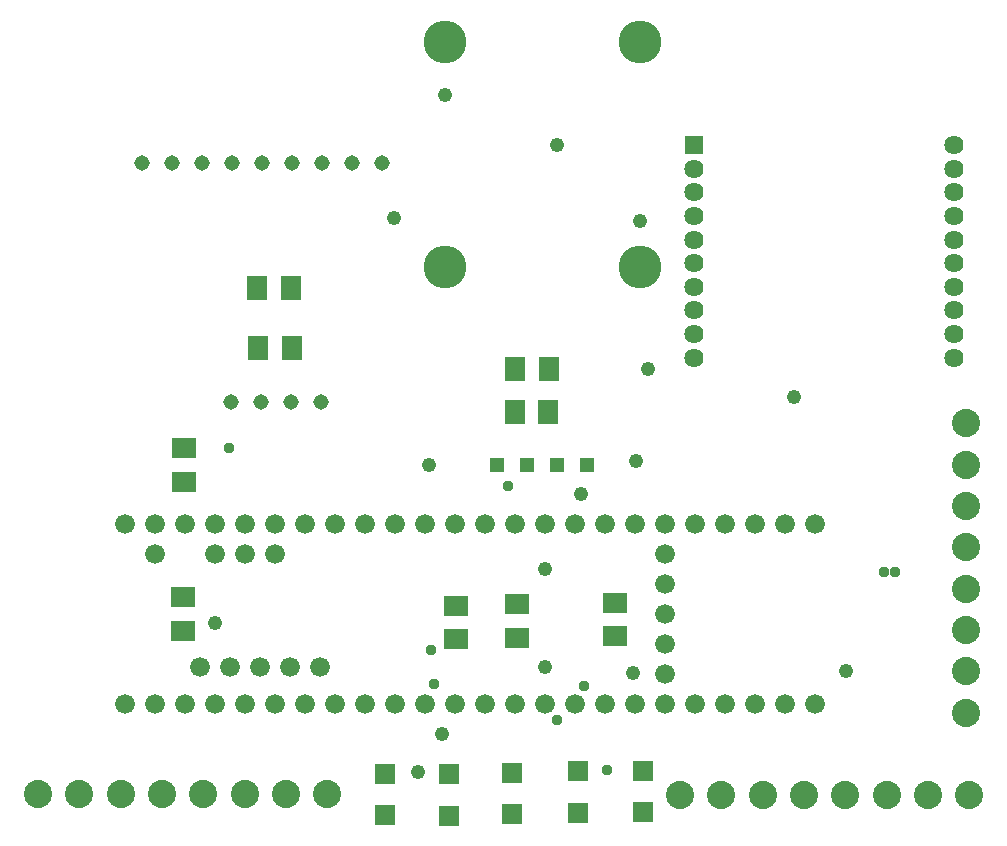
<source format=gbr>
G04 EAGLE Gerber RS-274X export*
G75*
%MOMM*%
%FSLAX34Y34*%
%LPD*%
%INSoldermask Top*%
%IPPOS*%
%AMOC8*
5,1,8,0,0,1.08239X$1,22.5*%
G01*
%ADD10C,2.387600*%
%ADD11R,1.703200X1.703200*%
%ADD12R,2.006200X1.803200*%
%ADD13R,1.803200X2.006200*%
%ADD14C,1.676400*%
%ADD15C,1.625600*%
%ADD16R,1.625600X1.625600*%
%ADD17C,3.625600*%
%ADD18R,1.311200X1.311200*%
%ADD19C,1.311200*%
%ADD20C,1.209600*%
%ADD21C,0.959600*%


D10*
X237440Y94200D03*
X202440Y94200D03*
X167440Y94200D03*
X132440Y94200D03*
X97440Y94200D03*
X272440Y94200D03*
X307440Y94200D03*
X342440Y94200D03*
X780970Y93690D03*
X745970Y93690D03*
X710970Y93690D03*
X675970Y93690D03*
X640970Y93690D03*
X815970Y93690D03*
X850970Y93690D03*
X885970Y93690D03*
X882920Y303090D03*
X882920Y268090D03*
X882920Y233090D03*
X882920Y198090D03*
X882920Y163090D03*
X882920Y338090D03*
X882920Y373090D03*
X882920Y408090D03*
D11*
X609200Y78740D03*
X609200Y113740D03*
X445340Y75710D03*
X445340Y110710D03*
X499080Y77290D03*
X499080Y112290D03*
X391270Y76050D03*
X391270Y111050D03*
X554600Y78300D03*
X554600Y113300D03*
D12*
X221250Y386940D03*
X221250Y358500D03*
X451120Y225260D03*
X451120Y253700D03*
X502540Y226580D03*
X502540Y255020D03*
X585960Y256170D03*
X585960Y227730D03*
X219740Y260910D03*
X219740Y232470D03*
D13*
X529740Y453600D03*
X501300Y453600D03*
X529260Y417290D03*
X500820Y417290D03*
X311250Y522580D03*
X282810Y522580D03*
X312350Y471780D03*
X283910Y471780D03*
D14*
X222050Y170140D03*
X247450Y170140D03*
X272850Y170140D03*
X298250Y170140D03*
X323650Y170140D03*
X349050Y170140D03*
X374450Y170140D03*
X399850Y170140D03*
X425250Y170140D03*
X450650Y170140D03*
X476050Y170140D03*
X501450Y170140D03*
X501450Y322540D03*
X476050Y322540D03*
X450650Y322540D03*
X425250Y322540D03*
X399850Y322540D03*
X374450Y322540D03*
X349050Y322540D03*
X323650Y322540D03*
X298250Y322540D03*
X272850Y322540D03*
X247450Y322540D03*
X196650Y170140D03*
X222050Y322540D03*
X196650Y322540D03*
X171250Y170140D03*
X171250Y322540D03*
X526850Y170140D03*
X526850Y322540D03*
X552250Y170140D03*
X577650Y170140D03*
X603050Y170140D03*
X628450Y170140D03*
X653850Y170140D03*
X679250Y170140D03*
X704650Y170140D03*
X730050Y170140D03*
X755450Y170140D03*
X755450Y322540D03*
X730050Y322540D03*
X704650Y322540D03*
X679250Y322540D03*
X653850Y322540D03*
X628450Y322540D03*
X603050Y322540D03*
X577650Y322540D03*
X552250Y322540D03*
X628450Y195540D03*
X628450Y246340D03*
X628450Y271740D03*
X628450Y220940D03*
X628450Y297140D03*
X196650Y297140D03*
X247450Y297140D03*
X272850Y297140D03*
X298250Y297140D03*
X234750Y201890D03*
X260150Y201890D03*
X285550Y201890D03*
X310950Y201890D03*
X336350Y201890D03*
D15*
X652880Y463530D03*
X652880Y483530D03*
X652880Y503530D03*
X652880Y523530D03*
X652880Y543530D03*
X652880Y563530D03*
X652880Y583530D03*
X652880Y603530D03*
X652880Y623530D03*
D16*
X652880Y643530D03*
D15*
X872880Y463530D03*
X872880Y483530D03*
X872880Y503530D03*
X872880Y523530D03*
X872880Y543530D03*
X872880Y563530D03*
X872880Y583530D03*
X872880Y603530D03*
X872880Y623530D03*
X872880Y643530D03*
D17*
X442070Y540580D03*
X607170Y540580D03*
X607170Y731080D03*
X442070Y731080D03*
D18*
X485880Y372330D03*
X511280Y372330D03*
X536680Y372330D03*
X562080Y372330D03*
D19*
X185280Y628530D03*
X210680Y628530D03*
X236080Y628530D03*
X261480Y628530D03*
X286880Y628530D03*
X312280Y628530D03*
X337680Y628530D03*
X363080Y628530D03*
X388480Y628530D03*
X260880Y425730D03*
X286280Y425730D03*
X311680Y425730D03*
X337080Y425730D03*
D20*
X600900Y196640D03*
X556880Y348140D03*
D21*
X432816Y187452D03*
X429768Y216408D03*
X813816Y281940D03*
X822960Y281940D03*
D20*
X613410Y453600D03*
X603600Y375850D03*
X526850Y284360D03*
X442070Y686000D03*
X781300Y197970D03*
X439230Y144550D03*
X526850Y201730D03*
X737680Y430010D03*
X536670Y643530D03*
X428740Y372330D03*
D21*
X559308Y185928D03*
X579120Y114300D03*
X536448Y156972D03*
X495300Y355092D03*
X259080Y387096D03*
D20*
X418810Y112420D03*
X246910Y238940D03*
X399010Y582150D03*
X607170Y579170D03*
M02*

</source>
